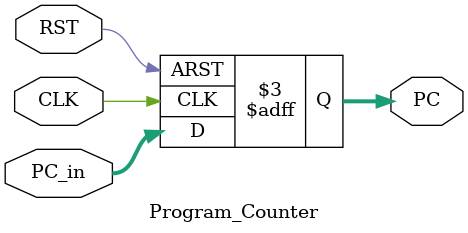
<source format=v>
module Program_Counter #(parameter WIDTH = 32 ) (
input   wire                      CLK ,
input   wire                      RST ,
input	wire	[WIDTH-1:0]		  PC_in,
output  reg     [WIDTH-1:0]		  PC
);




always @(posedge CLK or negedge RST) 
begin
  if (!RST) 
  begin
    PC <= 'b0;
  end else 
  begin
    PC <= PC_in;
  end  
end



endmodule
</source>
